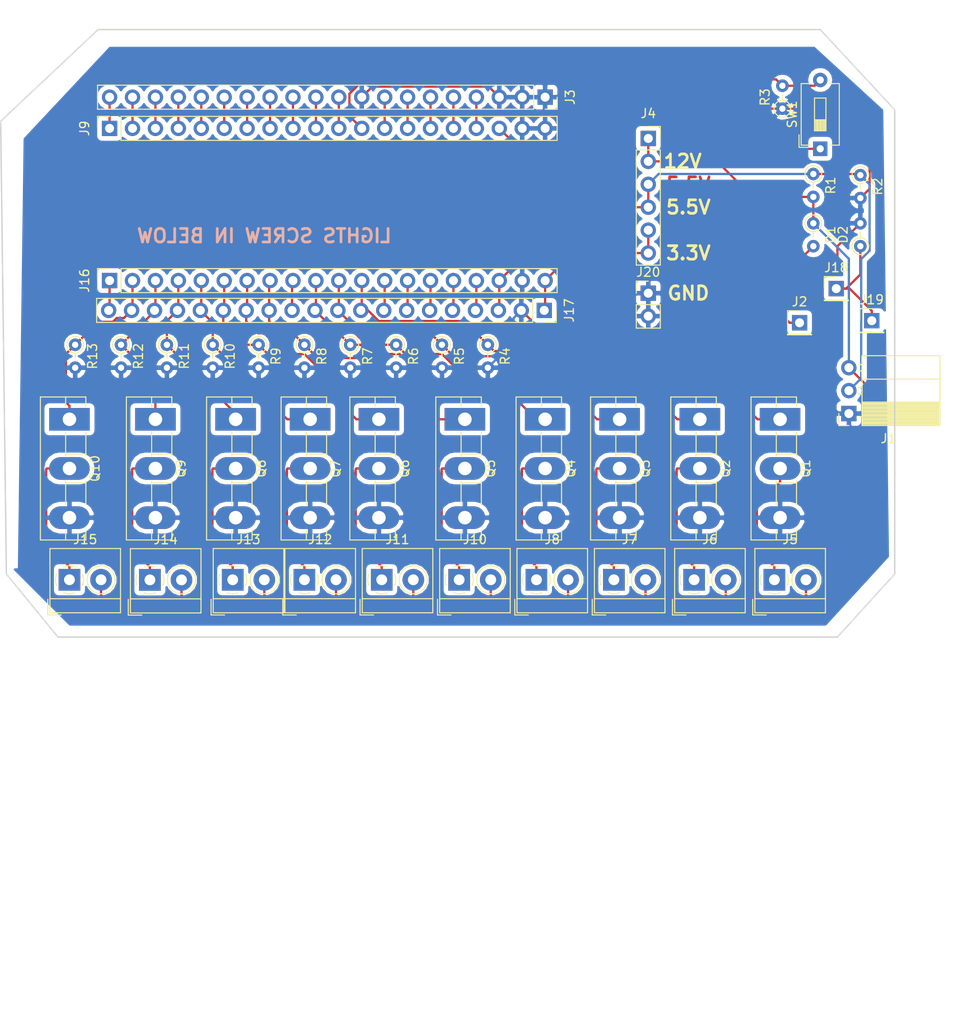
<source format=kicad_pcb>
(kicad_pcb (version 20171130) (host pcbnew 5.0.2-bee76a0~70~ubuntu18.04.1)
  (layers (0 F.Cu signal) (31 B.Cu signal) (34 B.Paste user) (35 F.Paste user) (36 B.SilkS user) (37 F.SilkS user) (38 B.Mask user) (39 F.Mask user) (44 Edge.Cuts user))
  (net 0 "")
  (net 1 "Net-(D1-Pad1)")
  (net 2 "Net-(D1-Pad2)")
  (net 3 "Net-(D2-Pad1)")
  (net 4 /GND)
  (net 5 /5V)
  (net 6 "Net-(J3-Pad4)")
  (net 7 "Net-(J3-Pad5)")
  (net 8 "Net-(J3-Pad6)")
  (net 9 "Net-(J3-Pad7)")
  (net 10 "Net-(J3-Pad8)")
  (net 11 "Net-(J3-Pad10)")
  (net 12 "Net-(J3-Pad11)")
  (net 13 "Net-(J3-Pad12)")
  (net 14 "Net-(J3-Pad13)")
  (net 15 "Net-(J3-Pad14)")
  (net 16 "Net-(J3-Pad15)")
  (net 17 "Net-(J3-Pad16)")
  (net 18 "Net-(J3-Pad17)")
  (net 19 "Net-(J3-Pad18)")
  (net 20 "Net-(J3-Pad19)")
  (net 21 "Net-(J3-Pad20)")
  (net 22 "Net-(J5-Pad1)")
  (net 23 "Net-(J6-Pad1)")
  (net 24 "Net-(J7-Pad1)")
  (net 25 "Net-(J8-Pad1)")
  (net 26 "Net-(J9-Pad12)")
  (net 27 "Net-(J9-Pad18)")
  (net 28 "Net-(J10-Pad1)")
  (net 29 "Net-(J11-Pad1)")
  (net 30 "Net-(J12-Pad1)")
  (net 31 "Net-(J13-Pad1)")
  (net 32 "Net-(J14-Pad1)")
  (net 33 "Net-(J15-Pad1)")
  (net 34 "Net-(J16-Pad17)")
  (net 35 "Net-(J16-Pad16)")
  (net 36 "Net-(J16-Pad15)")
  (net 37 "Net-(J16-Pad14)")
  (net 38 "Net-(J16-Pad13)")
  (net 39 "Net-(J16-Pad12)")
  (net 40 "Net-(J16-Pad11)")
  (net 41 "Net-(J16-Pad10)")
  (net 42 "Net-(J16-Pad9)")
  (net 43 "Net-(J16-Pad8)")
  (net 44 "Net-(J16-Pad7)")
  (net 45 "Net-(J16-Pad6)")
  (net 46 "Net-(J16-Pad5)")
  (net 47 "Net-(J16-Pad4)")
  (net 48 "Net-(J16-Pad3)")
  (net 49 "Net-(J16-Pad2)")
  (net 50 "Net-(J16-Pad1)")
  (net 51 /3.3V)
  (module TerminalBlock_4Ucon:TerminalBlock_4Ucon_1x02_P3.50mm_Horizontal (layer F.Cu) (at 90.830001 188.610001)
    (fp_text reference J14 (at 1.75 -4.46) (layer F.SilkS))
    (fp_text value Screw_Terminal_01x02 hide)
    (pad 2 thru_hole circle (at 3.5 0) (size 2.4 2.4) (drill 1.2) (layers *.Cu *.Mask) (net 1 "Net-(D1-Pad1)"))
    (pad 1 thru_hole rect (at 0 0) (size 2.4 2.4) (drill 1.2) (layers *.Cu *.Mask) (net 32 "Net-(J14-Pad1)"))
  )
  (module TerminalBlock_4Ucon:TerminalBlock_4Ucon_1x02_P3.50mm_Horizontal (layer F.Cu) (at 81.915 188.595)
    (fp_text reference J15 (at 1.75 -4.46) (layer F.SilkS))
    (fp_text value Screw_Terminal_01x02 hide)
    (pad 1 thru_hole rect (at 0 0) (size 2.4 2.4) (drill 1.2) (layers *.Cu *.Mask) (net 33 "Net-(J15-Pad1)"))
    (pad 2 thru_hole circle (at 3.5 0) (size 2.4 2.4) (drill 1.2) (layers *.Cu *.Mask) (net 1 "Net-(D1-Pad1)"))
  )
  (module TerminalBlock_4Ucon:TerminalBlock_4Ucon_1x02_P3.50mm_Horizontal (layer F.Cu) (at 142.24 188.595)
    (fp_text reference J7 (at 1.75 -4.46) (layer F.SilkS))
    (fp_text value Screw_Terminal_01x02)
    (pad 2 thru_hole circle (at 3.5 0) (size 2.4 2.4) (drill 1.2) (layers *.Cu *.Mask) (net 1 "Net-(D1-Pad1)"))
    (pad 1 thru_hole rect (at 0 0) (size 2.4 2.4) (drill 1.2) (layers *.Cu *.Mask) (net 24 "Net-(J7-Pad1)"))
  )
  (module TerminalBlock_4Ucon:TerminalBlock_4Ucon_1x02_P3.50mm_Horizontal (layer F.Cu) (at 125.095 188.595)
    (fp_text reference J10 (at 1.75 -4.46) (layer F.SilkS))
    (fp_text value Screw_Terminal_01x02 hide)
    (pad 2 thru_hole circle (at 3.5 0) (size 2.4 2.4) (drill 1.2) (layers *.Cu *.Mask) (net 1 "Net-(D1-Pad1)"))
    (pad 1 thru_hole rect (at 0 0) (size 2.4 2.4) (drill 1.2) (layers *.Cu *.Mask) (net 28 "Net-(J10-Pad1)"))
  )
  (module TerminalBlock_4Ucon:TerminalBlock_4Ucon_1x02_P3.50mm_Horizontal (layer F.Cu) (at 100.005 188.595)
    (fp_text reference J13 (at 1.75 -4.46) (layer F.SilkS))
    (fp_text value Screw_Terminal_01x02 hide)
    (pad 1 thru_hole rect (at 0 0) (size 2.4 2.4) (drill 1.2) (layers *.Cu *.Mask) (net 31 "Net-(J13-Pad1)"))
    (pad 2 thru_hole circle (at 3.5 0) (size 2.4 2.4) (drill 1.2) (layers *.Cu *.Mask) (net 1 "Net-(D1-Pad1)"))
  )
  (module TerminalBlock_4Ucon:TerminalBlock_4Ucon_1x02_P3.50mm_Horizontal (layer F.Cu) (at 116.515 188.595)
    (fp_text reference J11 (at 1.75 -4.46) (layer F.SilkS))
    (fp_text value Screw_Terminal_01x02 hide)
    (pad 1 thru_hole rect (at 0 0) (size 2.4 2.4) (drill 1.2) (layers *.Cu *.Mask) (net 29 "Net-(J11-Pad1)"))
    (pad 2 thru_hole circle (at 3.5 0) (size 2.4 2.4) (drill 1.2) (layers *.Cu *.Mask) (net 1 "Net-(D1-Pad1)"))
  )
  (module Connector_PinSocket_2.54mm:PinSocket_1x06_P2.54mm_Vertical (layer F.Cu) (at 146.05 139.7)
    (fp_text reference J4 (at 0 -2.77) (layer F.SilkS))
    (fp_text value Conn_01x06_Female)
    (pad 1 thru_hole rect (at 0 0) (size 1.7 1.7) (drill 1) (layers *.Cu *.Mask) (net 1 "Net-(D1-Pad1)"))
    (pad 2 thru_hole oval (at 0 2.54) (size 1.7 1.7) (drill 1) (layers *.Cu *.Mask) (net 1 "Net-(D1-Pad1)"))
    (pad 3 thru_hole oval (at 0 5.08) (size 1.7 1.7) (drill 1) (layers *.Cu *.Mask) (net 5 /5V))
    (pad 4 thru_hole oval (at 0 7.62) (size 1.7 1.7) (drill 1) (layers *.Cu *.Mask) (net 5 /5V))
    (pad 5 thru_hole oval (at 0 10.16) (size 1.7 1.7) (drill 1) (layers *.Cu *.Mask) (net 51 /3.3V))
    (pad 6 thru_hole oval (at 0 12.7) (size 1.7 1.7) (drill 1) (layers *.Cu *.Mask) (net 51 /3.3V))
  )
  (module Resistor_THT:R_Axial_DIN0204_L3.6mm_D1.6mm_P2.54mm_Vertical (layer F.Cu) (at 164.338 149.098 270)
    (fp_text reference D1 (at 1.27 -1.92 270) (layer F.SilkS))
    (fp_text value D_ALT)
    (pad 1 thru_hole circle (at 0 0 270) (size 1.4 1.4) (drill 0.7) (layers *.Cu *.Mask) (net 1 "Net-(D1-Pad1)"))
    (pad 2 thru_hole oval (at 2.54 0 270) (size 1.4 1.4) (drill 0.7) (layers *.Cu *.Mask) (net 2 "Net-(D1-Pad2)"))
  )
  (module Resistor_THT:R_Axial_DIN0204_L3.6mm_D1.6mm_P2.54mm_Vertical (layer F.Cu) (at 169.545 151.638 90)
    (fp_text reference D2 (at 1.27 -1.92 90) (layer F.SilkS))
    (fp_text value D_ALT)
    (pad 1 thru_hole circle (at 0 0 90) (size 1.4 1.4) (drill 0.7) (layers *.Cu *.Mask) (net 3 "Net-(D2-Pad1)"))
    (pad 2 thru_hole oval (at 2.54 0 90) (size 1.4 1.4) (drill 0.7) (layers *.Cu *.Mask) (net 4 /GND))
  )
  (module Connector_PinSocket_2.54mm:PinSocket_1x03_P2.54mm_Horizontal (layer F.Cu) (at 168.275 170.18 180)
    (fp_text reference J1 (at -4.38 -2.77 180) (layer F.SilkS))
    (fp_text value Conn_01x03_Female)
    (pad 1 thru_hole rect (at 0 0 180) (size 1.7 1.7) (drill 1) (layers *.Cu *.Mask) (net 4 /GND))
    (pad 2 thru_hole oval (at 0 2.54 180) (size 1.7 1.7) (drill 1) (layers *.Cu *.Mask) (net 5 /5V))
    (pad 3 thru_hole oval (at 0 5.08 180) (size 1.7 1.7) (drill 1) (layers *.Cu *.Mask) (net 1 "Net-(D1-Pad1)"))
  )
  (module Connector_PinHeader_2.54mm:PinHeader_1x01_P2.54mm_Vertical (layer F.Cu) (at 162.814 160.1216)
    (fp_text reference J2 (at 0 -2.33) (layer F.SilkS))
    (fp_text value Conn_01x01_Female)
    (pad 1 thru_hole rect (at 0 0) (size 1.7 1.7) (drill 1) (layers *.Cu *.Mask) (net 2 "Net-(D1-Pad2)"))
  )
  (module Connector_PinSocket_2.54mm:PinSocket_1x20_P2.54mm_Vertical (layer F.Cu) (at 134.62 135.128 270)
    (fp_text reference J3 (at 0 -2.77 270) (layer F.SilkS))
    (fp_text value Conn_01x20_Female hide)
    (pad 1 thru_hole rect (at 0 0 270) (size 1.7 1.7) (drill 1) (layers *.Cu *.Mask) (net 4 /GND))
    (pad 2 thru_hole oval (at 0 2.54 270) (size 1.7 1.7) (drill 1) (layers *.Cu *.Mask) (net 4 /GND))
    (pad 3 thru_hole oval (at 0 5.08 270) (size 1.7 1.7) (drill 1) (layers *.Cu *.Mask) (net 4 /GND))
    (pad 4 thru_hole oval (at 0 7.62 270) (size 1.7 1.7) (drill 1) (layers *.Cu *.Mask) (net 6 "Net-(J3-Pad4)"))
    (pad 5 thru_hole oval (at 0 10.16 270) (size 1.7 1.7) (drill 1) (layers *.Cu *.Mask) (net 7 "Net-(J3-Pad5)"))
    (pad 6 thru_hole oval (at 0 12.7 270) (size 1.7 1.7) (drill 1) (layers *.Cu *.Mask) (net 8 "Net-(J3-Pad6)"))
    (pad 7 thru_hole oval (at 0 15.24 270) (size 1.7 1.7) (drill 1) (layers *.Cu *.Mask) (net 9 "Net-(J3-Pad7)"))
    (pad 8 thru_hole oval (at 0 17.78 270) (size 1.7 1.7) (drill 1) (layers *.Cu *.Mask) (net 10 "Net-(J3-Pad8)"))
    (pad 9 thru_hole oval (at 0 20.32 270) (size 1.7 1.7) (drill 1) (layers *.Cu *.Mask) (net 4 /GND))
    (pad 10 thru_hole oval (at 0 22.86 270) (size 1.7 1.7) (drill 1) (layers *.Cu *.Mask) (net 11 "Net-(J3-Pad10)"))
    (pad 11 thru_hole oval (at 0 25.4 270) (size 1.7 1.7) (drill 1) (layers *.Cu *.Mask) (net 12 "Net-(J3-Pad11)"))
    (pad 12 thru_hole oval (at 0 27.94 270) (size 1.7 1.7) (drill 1) (layers *.Cu *.Mask) (net 13 "Net-(J3-Pad12)"))
    (pad 13 thru_hole oval (at 0 30.48 270) (size 1.7 1.7) (drill 1) (layers *.Cu *.Mask) (net 14 "Net-(J3-Pad13)"))
    (pad 14 thru_hole oval (at 0 33.02 270) (size 1.7 1.7) (drill 1) (layers *.Cu *.Mask) (net 15 "Net-(J3-Pad14)"))
    (pad 15 thru_hole oval (at 0 35.56 270) (size 1.7 1.7) (drill 1) (layers *.Cu *.Mask) (net 16 "Net-(J3-Pad15)"))
    (pad 16 thru_hole oval (at 0 38.1 270) (size 1.7 1.7) (drill 1) (layers *.Cu *.Mask) (net 17 "Net-(J3-Pad16)"))
    (pad 17 thru_hole oval (at 0 40.64 270) (size 1.7 1.7) (drill 1) (layers *.Cu *.Mask) (net 18 "Net-(J3-Pad17)"))
    (pad 18 thru_hole oval (at 0 43.18 270) (size 1.7 1.7) (drill 1) (layers *.Cu *.Mask) (net 19 "Net-(J3-Pad18)"))
    (pad 19 thru_hole oval (at 0 45.72 270) (size 1.7 1.7) (drill 1) (layers *.Cu *.Mask) (net 20 "Net-(J3-Pad19)"))
    (pad 20 thru_hole oval (at 0 48.26 270) (size 1.7 1.7) (drill 1) (layers *.Cu *.Mask) (net 21 "Net-(J3-Pad20)"))
  )
  (module TerminalBlock_4Ucon:TerminalBlock_4Ucon_1x02_P3.50mm_Horizontal (layer F.Cu) (at 160.02 188.595)
    (fp_text reference J5 (at 1.75 -4.46) (layer F.SilkS))
    (fp_text value Screw_Terminal_01x02 hide)
    (pad 1 thru_hole rect (at 0 0) (size 2.4 2.4) (drill 1.2) (layers *.Cu *.Mask) (net 22 "Net-(J5-Pad1)"))
    (pad 2 thru_hole circle (at 3.5 0) (size 2.4 2.4) (drill 1.2) (layers *.Cu *.Mask) (net 1 "Net-(D1-Pad1)"))
  )
  (module TerminalBlock_4Ucon:TerminalBlock_4Ucon_1x02_P3.50mm_Horizontal (layer F.Cu) (at 151.13 188.595)
    (fp_text reference J6 (at 1.75 -4.46) (layer F.SilkS))
    (fp_text value Screw_Terminal_01x02 hide)
    (pad 2 thru_hole circle (at 3.5 0) (size 2.4 2.4) (drill 1.2) (layers *.Cu *.Mask) (net 1 "Net-(D1-Pad1)"))
    (pad 1 thru_hole rect (at 0 0) (size 2.4 2.4) (drill 1.2) (layers *.Cu *.Mask) (net 23 "Net-(J6-Pad1)"))
  )
  (module TerminalBlock_4Ucon:TerminalBlock_4Ucon_1x02_P3.50mm_Horizontal (layer F.Cu) (at 133.66 188.595)
    (fp_text reference J8 (at 1.75 -4.46) (layer F.SilkS))
    (fp_text value Screw_Terminal_01x02 hide)
    (pad 1 thru_hole rect (at 0 0) (size 2.4 2.4) (drill 1.2) (layers *.Cu *.Mask) (net 25 "Net-(J8-Pad1)"))
    (pad 2 thru_hole circle (at 3.5 0) (size 2.4 2.4) (drill 1.2) (layers *.Cu *.Mask) (net 1 "Net-(D1-Pad1)"))
  )
  (module Connector_PinSocket_2.54mm:PinSocket_1x20_P2.54mm_Vertical (layer F.Cu) (at 86.36 138.5824 90)
    (fp_text reference J9 (at 0 -2.77 90) (layer F.SilkS))
    (fp_text value Conn_01x20_Female hide)
    (pad 1 thru_hole rect (at 0 0 90) (size 1.7 1.7) (drill 1) (layers *.Cu *.Mask) (net 21 "Net-(J3-Pad20)"))
    (pad 2 thru_hole oval (at 0 2.54 90) (size 1.7 1.7) (drill 1) (layers *.Cu *.Mask) (net 20 "Net-(J3-Pad19)"))
    (pad 3 thru_hole oval (at 0 5.08 90) (size 1.7 1.7) (drill 1) (layers *.Cu *.Mask) (net 19 "Net-(J3-Pad18)"))
    (pad 4 thru_hole oval (at 0 7.62 90) (size 1.7 1.7) (drill 1) (layers *.Cu *.Mask) (net 18 "Net-(J3-Pad17)"))
    (pad 5 thru_hole oval (at 0 10.16 90) (size 1.7 1.7) (drill 1) (layers *.Cu *.Mask) (net 17 "Net-(J3-Pad16)"))
    (pad 6 thru_hole oval (at 0 12.7 90) (size 1.7 1.7) (drill 1) (layers *.Cu *.Mask) (net 16 "Net-(J3-Pad15)"))
    (pad 7 thru_hole oval (at 0 15.24 90) (size 1.7 1.7) (drill 1) (layers *.Cu *.Mask) (net 15 "Net-(J3-Pad14)"))
    (pad 8 thru_hole oval (at 0 17.78 90) (size 1.7 1.7) (drill 1) (layers *.Cu *.Mask) (net 14 "Net-(J3-Pad13)"))
    (pad 9 thru_hole oval (at 0 20.32 90) (size 1.7 1.7) (drill 1) (layers *.Cu *.Mask) (net 13 "Net-(J3-Pad12)"))
    (pad 10 thru_hole oval (at 0 22.86 90) (size 1.7 1.7) (drill 1) (layers *.Cu *.Mask) (net 12 "Net-(J3-Pad11)"))
    (pad 11 thru_hole oval (at 0 25.4 90) (size 1.7 1.7) (drill 1) (layers *.Cu *.Mask) (net 11 "Net-(J3-Pad10)"))
    (pad 12 thru_hole oval (at 0 27.94 90) (size 1.7 1.7) (drill 1) (layers *.Cu *.Mask) (net 26 "Net-(J9-Pad12)"))
    (pad 13 thru_hole oval (at 0 30.48 90) (size 1.7 1.7) (drill 1) (layers *.Cu *.Mask) (net 10 "Net-(J3-Pad8)"))
    (pad 14 thru_hole oval (at 0 33.02 90) (size 1.7 1.7) (drill 1) (layers *.Cu *.Mask) (net 9 "Net-(J3-Pad7)"))
    (pad 15 thru_hole oval (at 0 35.56 90) (size 1.7 1.7) (drill 1) (layers *.Cu *.Mask) (net 8 "Net-(J3-Pad6)"))
    (pad 16 thru_hole oval (at 0 38.1 90) (size 1.7 1.7) (drill 1) (layers *.Cu *.Mask) (net 7 "Net-(J3-Pad5)"))
    (pad 17 thru_hole oval (at 0 40.64 90) (size 1.7 1.7) (drill 1) (layers *.Cu *.Mask) (net 6 "Net-(J3-Pad4)"))
    (pad 18 thru_hole oval (at 0 43.18 90) (size 1.7 1.7) (drill 1) (layers *.Cu *.Mask) (net 27 "Net-(J9-Pad18)"))
    (pad 19 thru_hole oval (at 0 45.72 90) (size 1.7 1.7) (drill 1) (layers *.Cu *.Mask) (net 4 /GND))
    (pad 20 thru_hole oval (at 0 48.26 90) (size 1.7 1.7) (drill 1) (layers *.Cu *.Mask) (net 4 /GND))
  )
  (module TerminalBlock_4Ucon:TerminalBlock_4Ucon_1x02_P3.50mm_Horizontal (layer F.Cu) (at 107.95 188.595)
    (fp_text reference J12 (at 1.75 -4.46) (layer F.SilkS))
    (fp_text value Screw_Terminal_01x02 hide)
    (pad 2 thru_hole circle (at 3.5 0) (size 2.4 2.4) (drill 1.2) (layers *.Cu *.Mask) (net 1 "Net-(D1-Pad1)"))
    (pad 1 thru_hole rect (at 0 0) (size 2.4 2.4) (drill 1.2) (layers *.Cu *.Mask) (net 30 "Net-(J12-Pad1)"))
  )
  (module Connector_PinSocket_2.54mm:PinSocket_1x20_P2.54mm_Vertical (layer F.Cu) (at 86.36 155.448 90)
    (fp_text reference J16 (at 0 -2.77 90) (layer F.SilkS))
    (fp_text value Conn_01x20_Female)
    (pad 20 thru_hole oval (at 0 48.26 90) (size 1.7 1.7) (drill 1) (layers *.Cu *.Mask) (net 51 /3.3V))
    (pad 19 thru_hole oval (at 0 45.72 90) (size 1.7 1.7) (drill 1) (layers *.Cu *.Mask) (net 4 /GND))
    (pad 18 thru_hole oval (at 0 43.18 90) (size 1.7 1.7) (drill 1) (layers *.Cu *.Mask) (net 5 /5V))
    (pad 17 thru_hole oval (at 0 40.64 90) (size 1.7 1.7) (drill 1) (layers *.Cu *.Mask) (net 34 "Net-(J16-Pad17)"))
    (pad 16 thru_hole oval (at 0 38.1 90) (size 1.7 1.7) (drill 1) (layers *.Cu *.Mask) (net 35 "Net-(J16-Pad16)"))
    (pad 15 thru_hole oval (at 0 35.56 90) (size 1.7 1.7) (drill 1) (layers *.Cu *.Mask) (net 36 "Net-(J16-Pad15)"))
    (pad 14 thru_hole oval (at 0 33.02 90) (size 1.7 1.7) (drill 1) (layers *.Cu *.Mask) (net 37 "Net-(J16-Pad14)"))
    (pad 13 thru_hole oval (at 0 30.48 90) (size 1.7 1.7) (drill 1) (layers *.Cu *.Mask) (net 38 "Net-(J16-Pad13)"))
    (pad 12 thru_hole oval (at 0 27.94 90) (size 1.7 1.7) (drill 1) (layers *.Cu *.Mask) (net 39 "Net-(J16-Pad12)"))
    (pad 11 thru_hole oval (at 0 25.4 90) (size 1.7 1.7) (drill 1) (layers *.Cu *.Mask) (net 40 "Net-(J16-Pad11)"))
    (pad 10 thru_hole oval (at 0 22.86 90) (size 1.7 1.7) (drill 1) (layers *.Cu *.Mask) (net 41 "Net-(J16-Pad10)"))
    (pad 9 thru_hole oval (at 0 20.32 90) (size 1.7 1.7) (drill 1) (layers *.Cu *.Mask) (net 42 "Net-(J16-Pad9)"))
    (pad 8 thru_hole oval (at 0 17.78 90) (size 1.7 1.7) (drill 1) (layers *.Cu *.Mask) (net 43 "Net-(J16-Pad8)"))
    (pad 7 thru_hole oval (at 0 15.24 90) (size 1.7 1.7) (drill 1) (layers *.Cu *.Mask) (net 44 "Net-(J16-Pad7)"))
    (pad 6 thru_hole oval (at 0 12.7 90) (size 1.7 1.7) (drill 1) (layers *.Cu *.Mask) (net 45 "Net-(J16-Pad6)"))
    (pad 5 thru_hole oval (at 0 10.16 90) (size 1.7 1.7) (drill 1) (layers *.Cu *.Mask) (net 46 "Net-(J16-Pad5)"))
    (pad 4 thru_hole oval (at 0 7.62 90) (size 1.7 1.7) (drill 1) (layers *.Cu *.Mask) (net 47 "Net-(J16-Pad4)"))
    (pad 3 thru_hole oval (at 0 5.08 90) (size 1.7 1.7) (drill 1) (layers *.Cu *.Mask) (net 48 "Net-(J16-Pad3)"))
    (pad 2 thru_hole oval (at 0 2.54 90) (size 1.7 1.7) (drill 1) (layers *.Cu *.Mask) (net 49 "Net-(J16-Pad2)"))
    (pad 1 thru_hole rect (at 0 0 90) (size 1.7 1.7) (drill 1) (layers *.Cu *.Mask) (net 50 "Net-(J16-Pad1)"))
  )
  (module Connector_PinSocket_2.54mm:PinSocket_1x20_P2.54mm_Vertical (layer F.Cu) (at 134.5184 158.75 270)
    (fp_text reference J17 (at 0 -2.77 270) (layer F.SilkS))
    (fp_text value Conn_01x20_Female)
    (pad 20 thru_hole oval (at 0 48.26 270) (size 1.7 1.7) (drill 1) (layers *.Cu *.Mask) (net 50 "Net-(J16-Pad1)"))
    (pad 19 thru_hole oval (at 0 45.72 270) (size 1.7 1.7) (drill 1) (layers *.Cu *.Mask) (net 49 "Net-(J16-Pad2)"))
    (pad 18 thru_hole oval (at 0 43.18 270) (size 1.7 1.7) (drill 1) (layers *.Cu *.Mask) (net 48 "Net-(J16-Pad3)"))
    (pad 17 thru_hole oval (at 0 40.64 270) (size 1.7 1.7) (drill 1) (layers *.Cu *.Mask) (net 47 "Net-(J16-Pad4)"))
    (pad 16 thru_hole oval (at 0 38.1 270) (size 1.7 1.7) (drill 1) (layers *.Cu *.Mask) (net 46 "Net-(J16-Pad5)"))
    (pad 15 thru_hole oval (at 0 35.56 270) (size 1.7 1.7) (drill 1) (layers *.Cu *.Mask) (net 45 "Net-(J16-Pad6)"))
    (pad 14 thru_hole oval (at 0 33.02 270) (size 1.7 1.7) (drill 1) (layers *.Cu *.Mask) (net 44 "Net-(J16-Pad7)"))
    (pad 13 thru_hole oval (at 0 30.48 270) (size 1.7 1.7) (drill 1) (layers *.Cu *.Mask) (net 43 "Net-(J16-Pad8)"))
    (pad 12 thru_hole oval (at 0 27.94 270) (size 1.7 1.7) (drill 1) (layers *.Cu *.Mask) (net 42 "Net-(J16-Pad9)"))
    (pad 11 thru_hole oval (at 0 25.4 270) (size 1.7 1.7) (drill 1) (layers *.Cu *.Mask) (net 41 "Net-(J16-Pad10)"))
    (pad 10 thru_hole oval (at 0 22.86 270) (size 1.7 1.7) (drill 1) (layers *.Cu *.Mask) (net 40 "Net-(J16-Pad11)"))
    (pad 9 thru_hole oval (at 0 20.32 270) (size 1.7 1.7) (drill 1) (layers *.Cu *.Mask) (net 39 "Net-(J16-Pad12)"))
    (pad 8 thru_hole oval (at 0 17.78 270) (size 1.7 1.7) (drill 1) (layers *.Cu *.Mask) (net 38 "Net-(J16-Pad13)"))
    (pad 7 thru_hole oval (at 0 15.24 270) (size 1.7 1.7) (drill 1) (layers *.Cu *.Mask) (net 37 "Net-(J16-Pad14)"))
    (pad 6 thru_hole oval (at 0 12.7 270) (size 1.7 1.7) (drill 1) (layers *.Cu *.Mask) (net 36 "Net-(J16-Pad15)"))
    (pad 5 thru_hole oval (at 0 10.16 270) (size 1.7 1.7) (drill 1) (layers *.Cu *.Mask) (net 35 "Net-(J16-Pad16)"))
    (pad 4 thru_hole oval (at 0 7.62 270) (size 1.7 1.7) (drill 1) (layers *.Cu *.Mask) (net 34 "Net-(J16-Pad17)"))
    (pad 3 thru_hole oval (at 0 5.08 270) (size 1.7 1.7) (drill 1) (layers *.Cu *.Mask) (net 5 /5V))
    (pad 2 thru_hole oval (at 0 2.54 270) (size 1.7 1.7) (drill 1) (layers *.Cu *.Mask) (net 4 /GND))
    (pad 1 thru_hole rect (at 0 0 270) (size 1.7 1.7) (drill 1) (layers *.Cu *.Mask) (net 51 /3.3V))
  )
  (module Connector_PinHeader_2.54mm:PinHeader_1x01_P2.54mm_Vertical (layer F.Cu) (at 166.878 156.337)
    (fp_text reference J18 (at 0 -2.33) (layer F.SilkS))
    (fp_text value Conn_01x01_Female)
    (pad 1 thru_hole rect (at 0 0) (size 1.7 1.7) (drill 1) (layers *.Cu *.Mask) (net 3 "Net-(D2-Pad1)"))
  )
  (module Connector_PinHeader_2.54mm:PinHeader_1x01_P2.54mm_Vertical (layer F.Cu) (at 170.815 159.893)
    (fp_text reference J19 (at 0 -2.33) (layer F.SilkS))
    (fp_text value Conn_01x01_Female)
    (pad 1 thru_hole rect (at 0 0) (size 1.7 1.7) (drill 1) (layers *.Cu *.Mask) (net 3 "Net-(D2-Pad1)"))
  )
  (module Package_TO_SOT_THT:TO-3PB-3_Vertical (layer F.Cu) (at 160.655 170.815 270)
    (fp_text reference Q1 (at 5.45 -2.82 270) (layer F.SilkS))
    (fp_text value QM6006D)
    (pad 1 thru_hole rect (at 0 0 270) (size 2.5 4.5) (drill 1.5) (layers *.Cu *.Mask) (net 39 "Net-(J16-Pad12)"))
    (pad 2 thru_hole oval (at 5.45 0 270) (size 2.5 4.5) (drill 1.5) (layers *.Cu *.Mask) (net 22 "Net-(J5-Pad1)"))
    (pad 3 thru_hole oval (at 10.9 0 270) (size 2.5 4.5) (drill 1.5) (layers *.Cu *.Mask) (net 4 /GND))
  )
  (module Package_TO_SOT_THT:TO-3PB-3_Vertical (layer F.Cu) (at 151.765 170.815 270)
    (fp_text reference Q2 (at 5.45 -2.82 270) (layer F.SilkS))
    (fp_text value QM6006D)
    (pad 1 thru_hole rect (at 0 0 270) (size 2.5 4.5) (drill 1.5) (layers *.Cu *.Mask) (net 40 "Net-(J16-Pad11)"))
    (pad 2 thru_hole oval (at 5.45 0 270) (size 2.5 4.5) (drill 1.5) (layers *.Cu *.Mask) (net 23 "Net-(J6-Pad1)"))
    (pad 3 thru_hole oval (at 10.9 0 270) (size 2.5 4.5) (drill 1.5) (layers *.Cu *.Mask) (net 4 /GND))
  )
  (module Package_TO_SOT_THT:TO-3PB-3_Vertical (layer F.Cu) (at 142.875 170.815 270)
    (fp_text reference Q3 (at 5.45 -2.82 270) (layer F.SilkS))
    (fp_text value QM6006D)
    (pad 3 thru_hole oval (at 10.9 0 270) (size 2.5 4.5) (drill 1.5) (layers *.Cu *.Mask) (net 4 /GND))
    (pad 2 thru_hole oval (at 5.45 0 270) (size 2.5 4.5) (drill 1.5) (layers *.Cu *.Mask) (net 24 "Net-(J7-Pad1)"))
    (pad 1 thru_hole rect (at 0 0 270) (size 2.5 4.5) (drill 1.5) (layers *.Cu *.Mask) (net 41 "Net-(J16-Pad10)"))
  )
  (module Package_TO_SOT_THT:TO-3PB-3_Vertical (layer F.Cu) (at 134.62 170.815 270)
    (fp_text reference Q4 (at 5.45 -2.82 270) (layer F.SilkS))
    (fp_text value QM6006D)
    (pad 1 thru_hole rect (at 0 0 270) (size 2.5 4.5) (drill 1.5) (layers *.Cu *.Mask) (net 43 "Net-(J16-Pad8)"))
    (pad 2 thru_hole oval (at 5.45 0 270) (size 2.5 4.5) (drill 1.5) (layers *.Cu *.Mask) (net 25 "Net-(J8-Pad1)"))
    (pad 3 thru_hole oval (at 10.9 0 270) (size 2.5 4.5) (drill 1.5) (layers *.Cu *.Mask) (net 4 /GND))
  )
  (module Package_TO_SOT_THT:TO-3PB-3_Vertical (layer F.Cu) (at 125.73 170.815 270)
    (fp_text reference Q5 (at 5.45 -2.82 270) (layer F.SilkS))
    (fp_text value QM6006D)
    (pad 3 thru_hole oval (at 10.9 0 270) (size 2.5 4.5) (drill 1.5) (layers *.Cu *.Mask) (net 4 /GND))
    (pad 2 thru_hole oval (at 5.45 0 270) (size 2.5 4.5) (drill 1.5) (layers *.Cu *.Mask) (net 28 "Net-(J10-Pad1)"))
    (pad 1 thru_hole rect (at 0 0 270) (size 2.5 4.5) (drill 1.5) (layers *.Cu *.Mask) (net 44 "Net-(J16-Pad7)"))
  )
  (module Package_TO_SOT_THT:TO-3PB-3_Vertical (layer F.Cu) (at 116.205 170.815 270)
    (fp_text reference Q6 (at 5.45 -2.82 270) (layer F.SilkS))
    (fp_text value QM6006D)
    (pad 1 thru_hole rect (at 0 0 270) (size 2.5 4.5) (drill 1.5) (layers *.Cu *.Mask) (net 45 "Net-(J16-Pad6)"))
    (pad 2 thru_hole oval (at 5.45 0 270) (size 2.5 4.5) (drill 1.5) (layers *.Cu *.Mask) (net 29 "Net-(J11-Pad1)"))
    (pad 3 thru_hole oval (at 10.9 0 270) (size 2.5 4.5) (drill 1.5) (layers *.Cu *.Mask) (net 4 /GND))
  )
  (module Package_TO_SOT_THT:TO-3PB-3_Vertical (layer F.Cu) (at 108.585 170.815 270)
    (fp_text reference Q7 (at 5.45 -2.82 270) (layer F.SilkS))
    (fp_text value QM6006D)
    (pad 3 thru_hole oval (at 10.9 0 270) (size 2.5 4.5) (drill 1.5) (layers *.Cu *.Mask) (net 4 /GND))
    (pad 2 thru_hole oval (at 5.45 0 270) (size 2.5 4.5) (drill 1.5) (layers *.Cu *.Mask) (net 30 "Net-(J12-Pad1)"))
    (pad 1 thru_hole rect (at 0 0 270) (size 2.5 4.5) (drill 1.5) (layers *.Cu *.Mask) (net 46 "Net-(J16-Pad5)"))
  )
  (module Package_TO_SOT_THT:TO-3PB-3_Vertical (layer F.Cu) (at 100.33 170.815 270)
    (fp_text reference Q8 (at 5.45 -2.82 270) (layer F.SilkS))
    (fp_text value QM6006D)
    (pad 1 thru_hole rect (at 0 0 270) (size 2.5 4.5) (drill 1.5) (layers *.Cu *.Mask) (net 47 "Net-(J16-Pad4)"))
    (pad 2 thru_hole oval (at 5.45 0 270) (size 2.5 4.5) (drill 1.5) (layers *.Cu *.Mask) (net 31 "Net-(J13-Pad1)"))
    (pad 3 thru_hole oval (at 10.9 0 270) (size 2.5 4.5) (drill 1.5) (layers *.Cu *.Mask) (net 4 /GND))
  )
  (module Package_TO_SOT_THT:TO-3PB-3_Vertical (layer F.Cu) (at 91.44 170.815 270)
    (fp_text reference Q9 (at 5.45 -2.82 270) (layer F.SilkS))
    (fp_text value QM6006D)
    (pad 3 thru_hole oval (at 10.9 0 270) (size 2.5 4.5) (drill 1.5) (layers *.Cu *.Mask) (net 4 /GND))
    (pad 2 thru_hole oval (at 5.45 0 270) (size 2.5 4.5) (drill 1.5) (layers *.Cu *.Mask) (net 32 "Net-(J14-Pad1)"))
    (pad 1 thru_hole rect (at 0 0 270) (size 2.5 4.5) (drill 1.5) (layers *.Cu *.Mask) (net 48 "Net-(J16-Pad3)"))
  )
  (module Package_TO_SOT_THT:TO-3PB-3_Vertical (layer F.Cu) (at 81.915 170.815 270)
    (fp_text reference Q10 (at 5.45 -2.82 270) (layer F.SilkS))
    (fp_text value QM6006D)
    (pad 3 thru_hole oval (at 10.9 0 270) (size 2.5 4.5) (drill 1.5) (layers *.Cu *.Mask) (net 4 /GND))
    (pad 2 thru_hole oval (at 5.45 0 270) (size 2.5 4.5) (drill 1.5) (layers *.Cu *.Mask) (net 33 "Net-(J15-Pad1)"))
    (pad 1 thru_hole rect (at 0 0 270) (size 2.5 4.5) (drill 1.5) (layers *.Cu *.Mask) (net 49 "Net-(J16-Pad2)"))
  )
  (module Resistor_THT:R_Axial_DIN0204_L3.6mm_D1.6mm_P2.54mm_Vertical (layer F.Cu) (at 164.338 143.637 270)
    (fp_text reference R1 (at 1.27 -1.92 270) (layer F.SilkS))
    (fp_text value 22K)
    (pad 2 thru_hole oval (at 2.54 0 270) (size 1.4 1.4) (drill 0.7) (layers *.Cu *.Mask) (net 1 "Net-(D1-Pad1)"))
    (pad 1 thru_hole circle (at 0 0 270) (size 1.4 1.4) (drill 0.7) (layers *.Cu *.Mask) (net 5 /5V))
  )
  (module Resistor_THT:R_Axial_DIN0204_L3.6mm_D1.6mm_P2.54mm_Vertical (layer F.Cu) (at 169.545 143.764 270)
    (fp_text reference R2 (at 1.27 -1.92 270) (layer F.SilkS))
    (fp_text value 15K)
    (pad 1 thru_hole circle (at 0 0 270) (size 1.4 1.4) (drill 0.7) (layers *.Cu *.Mask) (net 5 /5V))
    (pad 2 thru_hole oval (at 2.54 0 270) (size 1.4 1.4) (drill 0.7) (layers *.Cu *.Mask) (net 4 /GND))
  )
  (module Resistor_THT:R_Axial_DIN0204_L3.6mm_D1.6mm_P2.54mm_Vertical (layer F.Cu) (at 160.909 136.398 90)
    (fp_text reference R3 (at 1.27 -1.92 90) (layer F.SilkS))
    (fp_text value 10K)
    (pad 2 thru_hole oval (at 2.54 0 90) (size 1.4 1.4) (drill 0.7) (layers *.Cu *.Mask) (net 26 "Net-(J9-Pad12)"))
    (pad 1 thru_hole circle (at 0 0 90) (size 1.4 1.4) (drill 0.7) (layers *.Cu *.Mask) (net 4 /GND))
  )
  (module Resistor_THT:R_Axial_DIN0204_L3.6mm_D1.6mm_P2.54mm_Vertical (layer F.Cu) (at 128.27 162.56 270)
    (fp_text reference R4 (at 1.27 -1.92 270) (layer F.SilkS))
    (fp_text value 10K)
    (pad 2 thru_hole oval (at 2.54 0 270) (size 1.4 1.4) (drill 0.7) (layers *.Cu *.Mask) (net 4 /GND))
    (pad 1 thru_hole circle (at 0 0 270) (size 1.4 1.4) (drill 0.7) (layers *.Cu *.Mask) (net 39 "Net-(J16-Pad12)"))
  )
  (module Resistor_THT:R_Axial_DIN0204_L3.6mm_D1.6mm_P2.54mm_Vertical (layer F.Cu) (at 123.19 162.56 270)
    (fp_text reference R5 (at 1.27 -1.92 270) (layer F.SilkS))
    (fp_text value 10K)
    (pad 1 thru_hole circle (at 0 0 270) (size 1.4 1.4) (drill 0.7) (layers *.Cu *.Mask) (net 40 "Net-(J16-Pad11)"))
    (pad 2 thru_hole oval (at 2.54 0 270) (size 1.4 1.4) (drill 0.7) (layers *.Cu *.Mask) (net 4 /GND))
  )
  (module Resistor_THT:R_Axial_DIN0204_L3.6mm_D1.6mm_P2.54mm_Vertical (layer F.Cu) (at 118.11 162.56 270)
    (fp_text reference R6 (at 1.27 -1.92 270) (layer F.SilkS))
    (fp_text value 10K)
    (pad 2 thru_hole oval (at 2.54 0 270) (size 1.4 1.4) (drill 0.7) (layers *.Cu *.Mask) (net 4 /GND))
    (pad 1 thru_hole circle (at 0 0 270) (size 1.4 1.4) (drill 0.7) (layers *.Cu *.Mask) (net 41 "Net-(J16-Pad10)"))
  )
  (module Resistor_THT:R_Axial_DIN0204_L3.6mm_D1.6mm_P2.54mm_Vertical (layer F.Cu) (at 113.03 162.56 270)
    (fp_text reference R7 (at 1.27 -1.92 270) (layer F.SilkS))
    (fp_text value 10K)
    (pad 1 thru_hole circle (at 0 0 270) (size 1.4 1.4) (drill 0.7) (layers *.Cu *.Mask) (net 43 "Net-(J16-Pad8)"))
    (pad 2 thru_hole oval (at 2.54 0 270) (size 1.4 1.4) (drill 0.7) (layers *.Cu *.Mask) (net 4 /GND))
  )
  (module Resistor_THT:R_Axial_DIN0204_L3.6mm_D1.6mm_P2.54mm_Vertical (layer F.Cu) (at 107.95 162.56 270)
    (fp_text reference R8 (at 1.27 -1.92 270) (layer F.SilkS))
    (fp_text value 10K)
    (pad 1 thru_hole circle (at 0 0 270) (size 1.4 1.4) (drill 0.7) (layers *.Cu *.Mask) (net 44 "Net-(J16-Pad7)"))
    (pad 2 thru_hole oval (at 2.54 0 270) (size 1.4 1.4) (drill 0.7) (layers *.Cu *.Mask) (net 4 /GND))
  )
  (module Resistor_THT:R_Axial_DIN0204_L3.6mm_D1.6mm_P2.54mm_Vertical (layer F.Cu) (at 102.87 162.56 270)
    (fp_text reference R9 (at 1.27 -1.92 270) (layer F.SilkS))
    (fp_text value 10K)
    (pad 2 thru_hole oval (at 2.54 0 270) (size 1.4 1.4) (drill 0.7) (layers *.Cu *.Mask) (net 4 /GND))
    (pad 1 thru_hole circle (at 0 0 270) (size 1.4 1.4) (drill 0.7) (layers *.Cu *.Mask) (net 45 "Net-(J16-Pad6)"))
  )
  (module Resistor_THT:R_Axial_DIN0204_L3.6mm_D1.6mm_P2.54mm_Vertical (layer F.Cu) (at 97.79 162.56 270)
    (fp_text reference R10 (at 1.27 -1.92 270) (layer F.SilkS))
    (fp_text value 10K)
    (pad 1 thru_hole circle (at 0 0 270) (size 1.4 1.4) (drill 0.7) (layers *.Cu *.Mask) (net 46 "Net-(J16-Pad5)"))
    (pad 2 thru_hole oval (at 2.54 0 270) (size 1.4 1.4) (drill 0.7) (layers *.Cu *.Mask) (net 4 /GND))
  )
  (module Resistor_THT:R_Axial_DIN0204_L3.6mm_D1.6mm_P2.54mm_Vertical (layer F.Cu) (at 92.71 162.56 270)
    (fp_text reference R11 (at 1.27 -1.92 270) (layer F.SilkS))
    (fp_text value 10K)
    (pad 2 thru_hole oval (at 2.54 0 270) (size 1.4 1.4) (drill 0.7) (layers *.Cu *.Mask) (net 4 /GND))
    (pad 1 thru_hole circle (at 0 0 270) (size 1.4 1.4) (drill 0.7) (layers *.Cu *.Mask) (net 47 "Net-(J16-Pad4)"))
  )
  (module Resistor_THT:R_Axial_DIN0204_L3.6mm_D1.6mm_P2.54mm_Vertical (layer F.Cu) (at 87.63 162.56 270)
    (fp_text reference R12 (at 1.27 -1.92 270) (layer F.SilkS))
    (fp_text value 10K)
    (pad 1 thru_hole circle (at 0 0 270) (size 1.4 1.4) (drill 0.7) (layers *.Cu *.Mask) (net 48 "Net-(J16-Pad3)"))
    (pad 2 thru_hole oval (at 2.54 0 270) (size 1.4 1.4) (drill 0.7) (layers *.Cu *.Mask) (net 4 /GND))
  )
  (module Resistor_THT:R_Axial_DIN0204_L3.6mm_D1.6mm_P2.54mm_Vertical (layer F.Cu) (at 82.55 162.56 270)
    (fp_text reference R13 (at 1.27 -1.92 270) (layer F.SilkS))
    (fp_text value 10K)
    (pad 2 thru_hole oval (at 2.54 0 270) (size 1.4 1.4) (drill 0.7) (layers *.Cu *.Mask) (net 4 /GND))
    (pad 1 thru_hole circle (at 0 0 270) (size 1.4 1.4) (drill 0.7) (layers *.Cu *.Mask) (net 49 "Net-(J16-Pad2)"))
  )
  (module Button_Switch_THT:SW_DIP_SPSTx01_Slide_6.7x4.1mm_W7.62mm_P2.54mm_LowProfile (layer F.Cu) (at 165.1 140.843 90)
    (fp_text reference SW1 (at 3.81 -3.11 90) (layer F.SilkS))
    (fp_text value SW_Push)
    (pad 1 thru_hole rect (at 0 0 90) (size 1.6 1.6) (drill 0.8) (layers *.Cu *.Mask) (net 27 "Net-(J9-Pad18)"))
    (pad 2 thru_hole oval (at 7.62 0 90) (size 1.6 1.6) (drill 0.8) (layers *.Cu *.Mask) (net 26 "Net-(J9-Pad12)"))
  )
  (module Connector_PinHeader_2.54mm:PinHeader_1x02_P2.54mm_Vertical (layer F.Cu) (at 146.05 156.845)
    (fp_text reference J20 (at 0 -2.33) (layer F.SilkS))
    (fp_text value Conn_01x02_Female)
    (pad 1 thru_hole rect (at 0 0) (size 1.7 1.7) (drill 1) (layers *.Cu *.Mask) (net 4 /GND))
    (pad 2 thru_hole oval (at 0 2.54) (size 1.7 1.7) (drill 1) (layers *.Cu *.Mask) (net 4 /GND))
  )
  (gr_text "LIGHTS SCREW IN BELOW" (at 103.505 150.495) (layer B.SilkS) (effects (font (size 1.5 1.5) (thickness 0.3)) (justify mirror)))
  (gr_text 12V (at 149.86 142.24) (layer F.SilkS) (effects (font (size 1.5 1.5) (thickness 0.3))))
  (gr_text "5.5V\n" (at 150.495 147.32) (layer F.SilkS) (effects (font (size 1.5 1.5) (thickness 0.3))))
  (gr_text "3.3V\n" (at 150.495 152.4) (layer F.SilkS) (effects (font (size 1.5 1.5) (thickness 0.3))))
  (gr_text GND (at 150.495 156.845) (layer F.SilkS) (effects (font (size 1.5 1.5) (thickness 0.3))))
  (gr_text "STM USB GOES HERE\n" (at 96.52 146.05) (layer F.Cu) (effects (font (size 1.5 1.5) (thickness 0.3))))
  (gr_line (start 74.93 187.96) (end 74.295 137.795) (layer Edge.Cuts) (width 0.15))
  (gr_line (start 80.645 194.945) (end 74.93 187.96) (layer Edge.Cuts) (width 0.15))
  (gr_line (start 167.005 194.945) (end 80.645 194.945) (layer Edge.Cuts) (width 0.15))
  (gr_line (start 173.355 187.96) (end 167.005 194.945) (layer Edge.Cuts) (width 0.15))
  (gr_line (start 173.355 136.525) (end 173.355 187.96) (layer Edge.Cuts) (width 0.15))
  (gr_line (start 165.1 127.635) (end 173.355 136.525) (layer Edge.Cuts) (width 0.15))
  (gr_line (start 85.09 127.635) (end 165.1 127.635) (layer Edge.Cuts) (width 0.15))
  (gr_line (start 74.295 137.795) (end 85.09 127.635) (layer Edge.Cuts) (width 0.15))
  (gr_text "12V\n" (at 149.86 139.7) (layer F.Cu) (effects (font (size 1.5 1.5) (thickness 0.3))))
  (gr_text 5.5V (at 150.495 144.78) (layer F.Cu) (effects (font (size 1.5 1.5) (thickness 0.3))))
  (gr_text "3.3V\n" (at 150.495 149.86) (layer F.Cu) (effects (font (size 1.5 1.5) (thickness 0.3))))
  (segment (start 126.365 147.955) (end 125.095 147.955) (width 0.25) (layer F.Cu) (net 0))
  (segment (start 125.095 147.955) (end 123.825 146.685) (width 0.25) (layer F.Cu) (net 0))
  (segment (start 123.825 146.685) (end 121.92 146.685) (width 0.25) (layer F.Cu) (net 0))
  (segment (start 121.92 146.685) (end 121.285 147.32) (width 0.25) (layer F.Cu) (net 0))
  (segment (start 121.285 147.32) (end 121.92 147.955) (width 0.25) (layer F.Cu) (net 0))
  (segment (start 121.92 147.955) (end 123.825 147.955) (width 0.25) (layer F.Cu) (net 0))
  (segment (start 123.825 147.955) (end 125.095 146.685) (width 0.25) (layer F.Cu) (net 0))
  (segment (start 125.095 146.685) (end 126.365 146.685) (width 0.25) (layer F.Cu) (net 0))
  (segment (start 85.415 190.292056) (end 86.892944 191.77) (width 0.25) (layer F.Cu) (net 1))
  (segment (start 85.415 188.595) (end 85.415 190.292056) (width 0.25) (layer F.Cu) (net 1))
  (segment (start 170.815 167.64) (end 168.275 165.1) (width 0.25) (layer F.Cu) (net 1))
  (segment (start 170.815 185.42) (end 170.815 167.64) (width 0.25) (layer F.Cu) (net 1))
  (segment (start 94.330001 190.307057) (end 95.792944 191.77) (width 0.25) (layer F.Cu) (net 1))
  (segment (start 94.330001 188.610001) (end 94.330001 190.307057) (width 0.25) (layer F.Cu) (net 1))
  (segment (start 103.505 190.292056) (end 104.982944 191.77) (width 0.25) (layer F.Cu) (net 1))
  (segment (start 103.505 188.595) (end 103.505 190.292056) (width 0.25) (layer F.Cu) (net 1))
  (segment (start 112.927944 191.77) (end 113.665 191.77) (width 0.25) (layer F.Cu) (net 1))
  (segment (start 111.45 190.292056) (end 112.927944 191.77) (width 0.25) (layer F.Cu) (net 1))
  (segment (start 86.892944 191.77) (end 113.665 191.77) (width 0.25) (layer F.Cu) (net 1))
  (segment (start 111.45 188.595) (end 111.45 190.292056) (width 0.25) (layer F.Cu) (net 1))
  (segment (start 120.015 190.5) (end 121.285 191.77) (width 0.25) (layer F.Cu) (net 1))
  (segment (start 120.015 188.595) (end 120.015 190.5) (width 0.25) (layer F.Cu) (net 1))
  (segment (start 113.665 191.77) (end 121.285 191.77) (width 0.25) (layer F.Cu) (net 1))
  (segment (start 128.595 190.292056) (end 130.072944 191.77) (width 0.25) (layer F.Cu) (net 1))
  (segment (start 128.595 188.595) (end 128.595 190.292056) (width 0.25) (layer F.Cu) (net 1))
  (segment (start 121.285 191.77) (end 130.81 191.77) (width 0.25) (layer F.Cu) (net 1))
  (segment (start 130.072944 191.77) (end 130.81 191.77) (width 0.25) (layer F.Cu) (net 1))
  (segment (start 137.16 190.5) (end 138.43 191.77) (width 0.25) (layer F.Cu) (net 1))
  (segment (start 137.16 188.595) (end 137.16 190.5) (width 0.25) (layer F.Cu) (net 1))
  (segment (start 130.81 191.77) (end 138.43 191.77) (width 0.25) (layer F.Cu) (net 1))
  (segment (start 138.43 191.77) (end 164.465 191.77) (width 0.25) (layer F.Cu) (net 1))
  (segment (start 145.74 190.292056) (end 147.217944 191.77) (width 0.25) (layer F.Cu) (net 1))
  (segment (start 145.74 188.595) (end 145.74 190.292056) (width 0.25) (layer F.Cu) (net 1))
  (segment (start 154.63 190.292056) (end 156.107944 191.77) (width 0.25) (layer F.Cu) (net 1))
  (segment (start 154.63 188.595) (end 154.63 190.292056) (width 0.25) (layer F.Cu) (net 1))
  (segment (start 163.52 190.292056) (end 164.362944 191.135) (width 0.25) (layer F.Cu) (net 1))
  (segment (start 164.362944 191.135) (end 165.1 191.135) (width 0.25) (layer F.Cu) (net 1))
  (segment (start 163.52 188.595) (end 163.52 190.292056) (width 0.25) (layer F.Cu) (net 1))
  (segment (start 164.465 191.77) (end 165.1 191.135) (width 0.25) (layer F.Cu) (net 1))
  (segment (start 165.1 191.135) (end 170.815 185.42) (width 0.25) (layer F.Cu) (net 1))
  (segment (start 146.05 140.8) (end 146.05 142.24) (width 0.25) (layer F.Cu) (net 1))
  (segment (start 146.05 139.7) (end 146.05 140.8) (width 0.25) (layer F.Cu) (net 1))
  (segment (start 146.05 142.24) (end 153.67 142.24) (width 0.25) (layer F.Cu) (net 1))
  (segment (start 157.607 146.177) (end 164.338 146.177) (width 0.25) (layer F.Cu) (net 1))
  (segment (start 153.67 142.24) (end 157.607 146.177) (width 0.25) (layer F.Cu) (net 1))
  (segment (start 164.338 146.177) (end 164.338 149.098) (width 0.25) (layer F.Cu) (net 1))
  (segment (start 168.275 153.035) (end 164.338 149.098) (width 0.25) (layer B.Cu) (net 1))
  (segment (start 168.275 165.1) (end 168.275 153.035) (width 0.25) (layer B.Cu) (net 1))
  (segment (start 161.714 160.1216) (end 159.385 157.7926) (width 0.25) (layer F.Cu) (net 2))
  (segment (start 162.814 160.1216) (end 161.714 160.1216) (width 0.25) (layer F.Cu) (net 2))
  (segment (start 159.385 156.591) (end 164.338 151.638) (width 0.25) (layer F.Cu) (net 2))
  (segment (start 159.385 157.7926) (end 159.385 156.591) (width 0.25) (layer F.Cu) (net 2))
  (segment (start 167.978 156.337) (end 166.878 156.337) (width 0.25) (layer F.Cu) (net 3))
  (segment (start 169.545 154.77) (end 167.978 156.337) (width 0.25) (layer F.Cu) (net 3))
  (segment (start 169.545 151.638) (end 169.545 154.77) (width 0.25) (layer F.Cu) (net 3))
  (segment (start 168.359 156.337) (end 166.878 156.337) (width 0.25) (layer F.Cu) (net 3))
  (segment (start 170.815 159.893) (end 170.815 158.793) (width 0.25) (layer F.Cu) (net 3))
  (segment (start 170.815 158.793) (end 168.359 156.337) (width 0.25) (layer F.Cu) (net 3))
  (segment (start 130.742081 135.128) (end 132.08 135.128) (width 0.25) (layer F.Cu) (net 4))
  (segment (start 129.54 135.128) (end 130.742081 135.128) (width 0.25) (layer F.Cu) (net 4))
  (segment (start 132.08 136.330081) (end 132.08 138.5824) (width 0.25) (layer F.Cu) (net 4))
  (segment (start 132.08 135.128) (end 132.08 136.330081) (width 0.25) (layer F.Cu) (net 4))
  (segment (start 133.282081 135.128) (end 134.62 135.128) (width 0.25) (layer F.Cu) (net 4))
  (segment (start 132.08 135.128) (end 133.282081 135.128) (width 0.25) (layer F.Cu) (net 4))
  (segment (start 133.282081 138.5824) (end 134.62 138.5824) (width 0.25) (layer F.Cu) (net 4))
  (segment (start 132.08 138.5824) (end 133.282081 138.5824) (width 0.25) (layer F.Cu) (net 4))
  (segment (start 134.62 137.380319) (end 134.62 135.128) (width 0.25) (layer F.Cu) (net 4))
  (segment (start 134.62 138.5824) (end 134.62 137.380319) (width 0.25) (layer F.Cu) (net 4))
  (segment (start 128.690001 134.278001) (end 129.54 135.128) (width 0.25) (layer F.Cu) (net 4))
  (segment (start 128.364999 133.952999) (end 128.690001 134.278001) (width 0.25) (layer F.Cu) (net 4))
  (segment (start 115.475001 133.952999) (end 128.364999 133.952999) (width 0.25) (layer F.Cu) (net 4))
  (segment (start 114.3 135.128) (end 115.475001 133.952999) (width 0.25) (layer F.Cu) (net 4))
  (segment (start 160.909 136.398) (end 158.623 136.398) (width 0.25) (layer F.Cu) (net 4))
  (segment (start 157.353 135.128) (end 134.62 135.128) (width 0.25) (layer F.Cu) (net 4))
  (segment (start 158.623 136.398) (end 157.353 135.128) (width 0.25) (layer F.Cu) (net 4))
  (segment (start 160.909 136.398) (end 168.783 136.398) (width 0.25) (layer F.Cu) (net 4))
  (segment (start 170.244999 145.604001) (end 169.545 146.304) (width 0.25) (layer F.Cu) (net 4))
  (segment (start 170.570001 145.278999) (end 170.244999 145.604001) (width 0.25) (layer F.Cu) (net 4))
  (segment (start 170.570001 138.185001) (end 170.570001 145.278999) (width 0.25) (layer F.Cu) (net 4))
  (segment (start 168.783 136.398) (end 170.570001 138.185001) (width 0.25) (layer F.Cu) (net 4))
  (segment (start 169.545 146.304) (end 169.545 149.098) (width 0.25) (layer F.Cu) (net 4))
  (segment (start 131.9784 155.5496) (end 132.08 155.448) (width 0.25) (layer F.Cu) (net 4))
  (segment (start 131.9784 158.75) (end 131.9784 155.5496) (width 0.25) (layer F.Cu) (net 4))
  (segment (start 167.005 151.638) (end 169.545 149.098) (width 0.25) (layer F.Cu) (net 4))
  (segment (start 167.005 153.035) (end 167.005 151.638) (width 0.25) (layer F.Cu) (net 4))
  (segment (start 164.465 162.56) (end 164.465 155.575) (width 0.25) (layer F.Cu) (net 4))
  (segment (start 164.465 155.575) (end 167.005 153.035) (width 0.25) (layer F.Cu) (net 4))
  (segment (start 131.9784 158.75) (end 135.7884 162.56) (width 0.25) (layer F.Cu) (net 4))
  (segment (start 164.465 167.47) (end 164.465 162.56) (width 0.25) (layer F.Cu) (net 4))
  (segment (start 167.175 170.18) (end 164.465 167.47) (width 0.25) (layer F.Cu) (net 4))
  (segment (start 168.275 170.18) (end 167.175 170.18) (width 0.25) (layer F.Cu) (net 4))
  (segment (start 84.415 181.715) (end 91.44 181.715) (width 0.25) (layer B.Cu) (net 4))
  (segment (start 81.915 181.715) (end 84.415 181.715) (width 0.25) (layer B.Cu) (net 4))
  (segment (start 93.94 181.715) (end 100.33 181.715) (width 0.25) (layer B.Cu) (net 4))
  (segment (start 91.44 181.715) (end 93.94 181.715) (width 0.25) (layer B.Cu) (net 4))
  (segment (start 102.83 181.715) (end 108.585 181.715) (width 0.25) (layer B.Cu) (net 4))
  (segment (start 100.33 181.715) (end 102.83 181.715) (width 0.25) (layer B.Cu) (net 4))
  (segment (start 111.085 181.715) (end 116.205 181.715) (width 0.25) (layer B.Cu) (net 4))
  (segment (start 108.585 181.715) (end 111.085 181.715) (width 0.25) (layer B.Cu) (net 4))
  (segment (start 118.705 181.715) (end 125.73 181.715) (width 0.25) (layer B.Cu) (net 4))
  (segment (start 116.205 181.715) (end 118.705 181.715) (width 0.25) (layer B.Cu) (net 4))
  (segment (start 128.23 181.715) (end 134.62 181.715) (width 0.25) (layer B.Cu) (net 4))
  (segment (start 125.73 181.715) (end 128.23 181.715) (width 0.25) (layer B.Cu) (net 4))
  (segment (start 137.12 181.715) (end 142.875 181.715) (width 0.25) (layer B.Cu) (net 4))
  (segment (start 134.62 181.715) (end 137.12 181.715) (width 0.25) (layer B.Cu) (net 4))
  (segment (start 145.375 181.715) (end 151.765 181.715) (width 0.25) (layer B.Cu) (net 4))
  (segment (start 142.875 181.715) (end 145.375 181.715) (width 0.25) (layer B.Cu) (net 4))
  (segment (start 154.265 181.715) (end 160.655 181.715) (width 0.25) (layer B.Cu) (net 4))
  (segment (start 151.765 181.715) (end 154.265 181.715) (width 0.25) (layer B.Cu) (net 4))
  (segment (start 168.275 176.595) (end 168.275 171.28) (width 0.25) (layer B.Cu) (net 4))
  (segment (start 168.275 171.28) (end 168.275 170.18) (width 0.25) (layer B.Cu) (net 4))
  (segment (start 163.155 181.715) (end 168.275 176.595) (width 0.25) (layer B.Cu) (net 4))
  (segment (start 160.655 181.715) (end 163.155 181.715) (width 0.25) (layer B.Cu) (net 4))
  (segment (start 146.05 162.56) (end 146.05 159.385) (width 0.25) (layer F.Cu) (net 4))
  (segment (start 146.05 162.56) (end 164.465 162.56) (width 0.25) (layer F.Cu) (net 4))
  (segment (start 135.7884 162.56) (end 146.05 162.56) (width 0.25) (layer F.Cu) (net 4))
  (segment (start 146.05 159.385) (end 146.05 156.845) (width 0.25) (layer F.Cu) (net 4))
  (segment (start 169.418 143.637) (end 169.545 143.764) (width 0.25) (layer F.Cu) (net 5))
  (segment (start 164.338 143.637) (end 169.418 143.637) (width 0.25) (layer F.Cu) (net 5))
  (segment (start 129.54 158.6484) (end 129.4384 158.75) (width 0.25) (layer F.Cu) (net 5))
  (segment (start 129.54 155.448) (end 129.54 158.6484) (width 0.25) (layer F.Cu) (net 5))
  (segment (start 170.244999 144.463999) (end 169.545 143.764) (width 0.25) (layer B.Cu) (net 5))
  (segment (start 170.570001 144.789001) (end 170.244999 144.463999) (width 0.25) (layer B.Cu) (net 5))
  (segment (start 169.639999 153.060003) (end 170.570001 152.130001) (width 0.25) (layer B.Cu) (net 5))
  (segment (start 170.570001 152.130001) (end 170.570001 144.789001) (width 0.25) (layer B.Cu) (net 5))
  (segment (start 169.639999 166.275001) (end 169.639999 153.060003) (width 0.25) (layer B.Cu) (net 5))
  (segment (start 168.275 167.64) (end 169.639999 166.275001) (width 0.25) (layer B.Cu) (net 5))
  (segment (start 147.193 143.637) (end 146.05 144.78) (width 0.25) (layer B.Cu) (net 5))
  (segment (start 164.338 143.637) (end 147.193 143.637) (width 0.25) (layer B.Cu) (net 5))
  (segment (start 146.05 147.32) (end 146.05 144.78) (width 0.25) (layer F.Cu) (net 5))
  (segment (start 137.668 147.32) (end 146.05 147.32) (width 0.25) (layer F.Cu) (net 5))
  (segment (start 129.54 155.448) (end 137.668 147.32) (width 0.25) (layer F.Cu) (net 5))
  (segment (start 127 136.330081) (end 127 138.5824) (width 0.25) (layer F.Cu) (net 6))
  (segment (start 127 135.128) (end 127 136.330081) (width 0.25) (layer F.Cu) (net 6))
  (segment (start 124.46 138.5824) (end 124.46 135.128) (width 0.25) (layer F.Cu) (net 7))
  (segment (start 121.92 136.330081) (end 121.92 138.5824) (width 0.25) (layer F.Cu) (net 8))
  (segment (start 121.92 135.128) (end 121.92 136.330081) (width 0.25) (layer F.Cu) (net 8))
  (segment (start 119.38 136.330081) (end 119.38 138.5824) (width 0.25) (layer F.Cu) (net 9))
  (segment (start 119.38 135.128) (end 119.38 136.330081) (width 0.25) (layer F.Cu) (net 9))
  (segment (start 116.84 138.5824) (end 116.84 135.128) (width 0.25) (layer F.Cu) (net 10))
  (segment (start 111.76 135.128) (end 111.76 138.5824) (width 0.25) (layer F.Cu) (net 11))
  (segment (start 109.22 136.330081) (end 109.22 138.5824) (width 0.25) (layer F.Cu) (net 12))
  (segment (start 109.22 135.128) (end 109.22 136.330081) (width 0.25) (layer F.Cu) (net 12))
  (segment (start 106.68 135.128) (end 106.68 138.5824) (width 0.25) (layer F.Cu) (net 13))
  (segment (start 104.14 135.128) (end 104.14 138.5824) (width 0.25) (layer F.Cu) (net 14))
  (segment (start 101.6 138.5824) (end 101.6 135.128) (width 0.25) (layer F.Cu) (net 15))
  (segment (start 99.06 135.128) (end 99.06 138.5824) (width 0.25) (layer F.Cu) (net 16))
  (segment (start 96.52 135.128) (end 96.52 138.5824) (width 0.25) (layer F.Cu) (net 17))
  (segment (start 93.98 135.128) (end 93.98 138.5824) (width 0.25) (layer F.Cu) (net 18))
  (segment (start 91.44 135.128) (end 91.44 138.5824) (width 0.25) (layer F.Cu) (net 19))
  (segment (start 88.9 135.128) (end 88.9 138.5824) (width 0.25) (layer F.Cu) (net 20))
  (segment (start 86.36 135.128) (end 86.36 138.5824) (width 0.25) (layer F.Cu) (net 21))
  (segment (start 134.62 158.6484) (end 134.5184 158.75) (width 0.25) (layer F.Cu) (net 51))
  (segment (start 134.62 155.448) (end 134.62 158.6484) (width 0.25) (layer F.Cu) (net 51))
  (segment (start 137.668 152.4) (end 146.05 152.4) (width 0.25) (layer F.Cu) (net 51))
  (segment (start 134.62 155.448) (end 137.668 152.4) (width 0.25) (layer F.Cu) (net 51))
  (segment (start 146.05 152.4) (end 146.05 149.86) (width 0.25) (layer F.Cu) (net 51))
  (segment (start 158.07999 185.20499) (end 160.02 187.145) (width 0.25) (layer F.Cu) (net 22))
  (segment (start 158.07999 180.34001) (end 158.07999 185.20499) (width 0.25) (layer F.Cu) (net 22))
  (segment (start 160.02 187.145) (end 160.02 188.595) (width 0.25) (layer F.Cu) (net 22))
  (segment (start 160.655 177.765) (end 158.07999 180.34001) (width 0.25) (layer F.Cu) (net 22))
  (segment (start 160.655 176.265) (end 160.655 177.765) (width 0.25) (layer F.Cu) (net 22))
  (segment (start 151.13 187.145) (end 151.13 188.595) (width 0.25) (layer F.Cu) (net 23))
  (segment (start 149.18999 185.20499) (end 151.13 187.145) (width 0.25) (layer F.Cu) (net 23))
  (segment (start 149.18999 176.34001) (end 149.18999 185.20499) (width 0.25) (layer F.Cu) (net 23))
  (segment (start 149.265 176.265) (end 149.18999 176.34001) (width 0.25) (layer F.Cu) (net 23))
  (segment (start 151.765 176.265) (end 149.265 176.265) (width 0.25) (layer F.Cu) (net 23))
  (segment (start 142.24 187.145) (end 142.24 188.595) (width 0.25) (layer F.Cu) (net 24))
  (segment (start 140.29999 176.34001) (end 140.29999 185.20499) (width 0.25) (layer F.Cu) (net 24))
  (segment (start 140.375 176.265) (end 140.29999 176.34001) (width 0.25) (layer F.Cu) (net 24))
  (segment (start 140.29999 185.20499) (end 142.24 187.145) (width 0.25) (layer F.Cu) (net 24))
  (segment (start 142.875 176.265) (end 140.375 176.265) (width 0.25) (layer F.Cu) (net 24))
  (segment (start 133.66 187.145) (end 133.66 188.595) (width 0.25) (layer F.Cu) (net 25))
  (segment (start 132.04499 185.52999) (end 133.66 187.145) (width 0.25) (layer F.Cu) (net 25))
  (segment (start 132.12 176.265) (end 132.04499 176.34001) (width 0.25) (layer F.Cu) (net 25))
  (segment (start 132.04499 176.34001) (end 132.04499 185.52999) (width 0.25) (layer F.Cu) (net 25))
  (segment (start 134.62 176.265) (end 132.12 176.265) (width 0.25) (layer F.Cu) (net 25))
  (segment (start 160.209001 133.158001) (end 160.909 133.858) (width 0.25) (layer F.Cu) (net 26))
  (segment (start 114.530997 133.158001) (end 160.209001 133.158001) (width 0.25) (layer F.Cu) (net 26))
  (segment (start 112.935001 134.753997) (end 114.530997 133.158001) (width 0.25) (layer F.Cu) (net 26))
  (segment (start 112.935001 137.217401) (end 112.935001 134.753997) (width 0.25) (layer F.Cu) (net 26))
  (segment (start 114.3 138.5824) (end 112.935001 137.217401) (width 0.25) (layer F.Cu) (net 26))
  (segment (start 164.465 133.858) (end 165.1 133.223) (width 0.25) (layer F.Cu) (net 26))
  (segment (start 160.909 133.858) (end 164.465 133.858) (width 0.25) (layer F.Cu) (net 26))
  (segment (start 134.62 142.24) (end 133.1976 142.24) (width 0.25) (layer F.Cu) (net 27))
  (segment (start 140.335 136.525) (end 134.62 142.24) (width 0.25) (layer F.Cu) (net 27))
  (segment (start 133.1976 142.24) (end 129.54 138.5824) (width 0.25) (layer F.Cu) (net 27))
  (segment (start 165.1 140.843) (end 157.353 140.843) (width 0.25) (layer F.Cu) (net 27))
  (segment (start 153.035 136.525) (end 140.335 136.525) (width 0.25) (layer F.Cu) (net 27))
  (segment (start 157.353 140.843) (end 153.035 136.525) (width 0.25) (layer F.Cu) (net 27))
  (segment (start 125.095 187.145) (end 125.095 188.595) (width 0.25) (layer F.Cu) (net 28))
  (segment (start 123.15499 176.34001) (end 123.15499 185.20499) (width 0.25) (layer F.Cu) (net 28))
  (segment (start 123.15499 185.20499) (end 125.095 187.145) (width 0.25) (layer F.Cu) (net 28))
  (segment (start 123.23 176.265) (end 123.15499 176.34001) (width 0.25) (layer F.Cu) (net 28))
  (segment (start 125.73 176.265) (end 123.23 176.265) (width 0.25) (layer F.Cu) (net 28))
  (segment (start 116.515 187.145) (end 116.515 188.595) (width 0.25) (layer F.Cu) (net 29))
  (segment (start 113.62999 184.25999) (end 116.515 187.145) (width 0.25) (layer F.Cu) (net 29))
  (segment (start 113.705 176.265) (end 113.62999 176.34001) (width 0.25) (layer F.Cu) (net 29))
  (segment (start 113.62999 176.34001) (end 113.62999 184.25999) (width 0.25) (layer F.Cu) (net 29))
  (segment (start 116.205 176.265) (end 113.705 176.265) (width 0.25) (layer F.Cu) (net 29))
  (segment (start 107.95 187.145) (end 107.95 188.595) (width 0.25) (layer F.Cu) (net 30))
  (segment (start 106.00999 176.34001) (end 106.00999 185.20499) (width 0.25) (layer F.Cu) (net 30))
  (segment (start 106.00999 185.20499) (end 107.95 187.145) (width 0.25) (layer F.Cu) (net 30))
  (segment (start 106.085 176.265) (end 106.00999 176.34001) (width 0.25) (layer F.Cu) (net 30))
  (segment (start 108.585 176.265) (end 106.085 176.265) (width 0.25) (layer F.Cu) (net 30))
  (segment (start 100.005 187.145) (end 100.005 188.595) (width 0.25) (layer F.Cu) (net 31))
  (segment (start 97.75499 184.89499) (end 100.005 187.145) (width 0.25) (layer F.Cu) (net 31))
  (segment (start 97.83 176.265) (end 97.75499 176.34001) (width 0.25) (layer F.Cu) (net 31))
  (segment (start 97.75499 176.34001) (end 97.75499 184.89499) (width 0.25) (layer F.Cu) (net 31))
  (segment (start 100.33 176.265) (end 97.83 176.265) (width 0.25) (layer F.Cu) (net 31))
  (segment (start 88.86499 185.19499) (end 90.830001 187.160001) (width 0.25) (layer F.Cu) (net 32))
  (segment (start 88.86499 176.34001) (end 88.86499 185.19499) (width 0.25) (layer F.Cu) (net 32))
  (segment (start 90.830001 187.160001) (end 90.830001 188.610001) (width 0.25) (layer F.Cu) (net 32))
  (segment (start 88.94 176.265) (end 88.86499 176.34001) (width 0.25) (layer F.Cu) (net 32))
  (segment (start 91.44 176.265) (end 88.94 176.265) (width 0.25) (layer F.Cu) (net 32))
  (segment (start 81.915 187.145) (end 81.915 188.595) (width 0.25) (layer F.Cu) (net 33))
  (segment (start 79.33999 176.34001) (end 79.33999 184.56999) (width 0.25) (layer F.Cu) (net 33))
  (segment (start 79.33999 184.56999) (end 81.915 187.145) (width 0.25) (layer F.Cu) (net 33))
  (segment (start 79.415 176.265) (end 79.33999 176.34001) (width 0.25) (layer F.Cu) (net 33))
  (segment (start 81.915 176.265) (end 79.415 176.265) (width 0.25) (layer F.Cu) (net 33))
  (segment (start 127 158.6484) (end 126.8984 158.75) (width 0.25) (layer F.Cu) (net 34))
  (segment (start 127 155.448) (end 127 158.6484) (width 0.25) (layer F.Cu) (net 34))
  (segment (start 124.46 158.6484) (end 124.3584 158.75) (width 0.25) (layer F.Cu) (net 35))
  (segment (start 124.46 155.448) (end 124.46 158.6484) (width 0.25) (layer F.Cu) (net 35))
  (segment (start 121.92 158.6484) (end 121.8184 158.75) (width 0.25) (layer F.Cu) (net 36))
  (segment (start 121.92 155.448) (end 121.92 158.6484) (width 0.25) (layer F.Cu) (net 36))
  (segment (start 119.38 158.6484) (end 119.2784 158.75) (width 0.25) (layer F.Cu) (net 37))
  (segment (start 119.38 155.448) (end 119.38 158.6484) (width 0.25) (layer F.Cu) (net 37))
  (segment (start 116.84 158.6484) (end 116.7384 158.75) (width 0.25) (layer F.Cu) (net 38))
  (segment (start 116.84 155.448) (end 116.84 158.6484) (width 0.25) (layer F.Cu) (net 38))
  (segment (start 114.3 158.6484) (end 114.1984 158.75) (width 0.25) (layer F.Cu) (net 39))
  (segment (start 114.3 155.448) (end 114.3 158.6484) (width 0.25) (layer F.Cu) (net 39))
  (segment (start 114.999398 158.75) (end 114.1984 158.75) (width 0.25) (layer F.Cu) (net 39))
  (segment (start 116.174399 159.925001) (end 114.999398 158.75) (width 0.25) (layer F.Cu) (net 39))
  (segment (start 125.635001 159.925001) (end 116.174399 159.925001) (width 0.25) (layer F.Cu) (net 39))
  (segment (start 128.27 162.56) (end 125.635001 159.925001) (width 0.25) (layer F.Cu) (net 39))
  (segment (start 111.76 158.6484) (end 111.6584 158.75) (width 0.25) (layer F.Cu) (net 40))
  (segment (start 111.76 155.448) (end 111.76 158.6484) (width 0.25) (layer F.Cu) (net 40))
  (segment (start 122.490001 161.860001) (end 123.19 162.56) (width 0.25) (layer F.Cu) (net 40))
  (segment (start 121.00501 160.37501) (end 122.490001 161.860001) (width 0.25) (layer F.Cu) (net 40))
  (segment (start 113.28341 160.37501) (end 121.00501 160.37501) (width 0.25) (layer F.Cu) (net 40))
  (segment (start 111.6584 158.75) (end 113.28341 160.37501) (width 0.25) (layer F.Cu) (net 40))
  (segment (start 109.22 158.6484) (end 109.1184 158.75) (width 0.25) (layer F.Cu) (net 41))
  (segment (start 109.22 155.448) (end 109.22 158.6484) (width 0.25) (layer F.Cu) (net 41))
  (segment (start 114.83199 162.56) (end 117.120051 162.56) (width 0.25) (layer F.Cu) (net 41))
  (segment (start 112.476981 160.204991) (end 114.83199 162.56) (width 0.25) (layer F.Cu) (net 41))
  (segment (start 117.120051 162.56) (end 118.11 162.56) (width 0.25) (layer F.Cu) (net 41))
  (segment (start 110.573391 160.204991) (end 112.476981 160.204991) (width 0.25) (layer F.Cu) (net 41))
  (segment (start 109.1184 158.75) (end 110.573391 160.204991) (width 0.25) (layer F.Cu) (net 41))
  (segment (start 106.5784 155.5496) (end 106.68 155.448) (width 0.25) (layer F.Cu) (net 42))
  (segment (start 106.5784 158.75) (end 106.5784 155.5496) (width 0.25) (layer F.Cu) (net 42))
  (segment (start 104.0384 159.952081) (end 104.741319 160.655) (width 0.25) (layer F.Cu) (net 43))
  (segment (start 104.0384 158.75) (end 104.0384 159.952081) (width 0.25) (layer F.Cu) (net 43))
  (segment (start 111.125 160.655) (end 113.03 162.56) (width 0.25) (layer F.Cu) (net 43))
  (segment (start 104.741319 160.655) (end 111.125 160.655) (width 0.25) (layer F.Cu) (net 43))
  (segment (start 104.0384 155.5496) (end 104.14 155.448) (width 0.25) (layer F.Cu) (net 43))
  (segment (start 104.0384 158.75) (end 104.0384 155.5496) (width 0.25) (layer F.Cu) (net 43))
  (segment (start 101.4984 159.952081) (end 102.836319 161.29) (width 0.25) (layer F.Cu) (net 44))
  (segment (start 101.4984 158.75) (end 101.4984 159.952081) (width 0.25) (layer F.Cu) (net 44))
  (segment (start 106.68 161.29) (end 107.95 162.56) (width 0.25) (layer F.Cu) (net 44))
  (segment (start 102.836319 161.29) (end 106.68 161.29) (width 0.25) (layer F.Cu) (net 44))
  (segment (start 101.6 158.6484) (end 101.4984 158.75) (width 0.25) (layer F.Cu) (net 44))
  (segment (start 101.6 155.448) (end 101.6 158.6484) (width 0.25) (layer F.Cu) (net 44))
  (segment (start 102.87 162.56) (end 100.33 162.56) (width 0.25) (layer F.Cu) (net 45))
  (segment (start 100.33 162.56) (end 100.33 161.925) (width 0.25) (layer F.Cu) (net 45))
  (segment (start 98.9584 160.5534) (end 98.9584 158.75) (width 0.25) (layer F.Cu) (net 45))
  (segment (start 100.33 161.925) (end 98.9584 160.5534) (width 0.25) (layer F.Cu) (net 45))
  (segment (start 99.06 158.6484) (end 98.9584 158.75) (width 0.25) (layer F.Cu) (net 45))
  (segment (start 99.06 155.448) (end 99.06 158.6484) (width 0.25) (layer F.Cu) (net 45))
  (segment (start 97.79 160.1216) (end 96.4184 158.75) (width 0.25) (layer F.Cu) (net 46))
  (segment (start 97.79 162.56) (end 97.79 160.1216) (width 0.25) (layer F.Cu) (net 46))
  (segment (start 96.52 158.6484) (end 96.4184 158.75) (width 0.25) (layer F.Cu) (net 46))
  (segment (start 96.52 155.448) (end 96.52 158.6484) (width 0.25) (layer F.Cu) (net 46))
  (segment (start 92.71 159.9184) (end 93.8784 158.75) (width 0.25) (layer F.Cu) (net 47))
  (segment (start 92.71 162.56) (end 92.71 159.9184) (width 0.25) (layer F.Cu) (net 47))
  (segment (start 93.98 158.6484) (end 93.8784 158.75) (width 0.25) (layer F.Cu) (net 47))
  (segment (start 93.98 155.448) (end 93.98 158.6484) (width 0.25) (layer F.Cu) (net 47))
  (segment (start 91.3384 158.8516) (end 91.3384 158.75) (width 0.25) (layer F.Cu) (net 48))
  (segment (start 87.63 162.56) (end 91.3384 158.8516) (width 0.25) (layer F.Cu) (net 48))
  (segment (start 91.44 158.6484) (end 91.3384 158.75) (width 0.25) (layer F.Cu) (net 48))
  (segment (start 91.44 155.448) (end 91.44 158.6484) (width 0.25) (layer F.Cu) (net 48))
  (segment (start 88.9 158.6484) (end 88.7984 158.75) (width 0.25) (layer F.Cu) (net 49))
  (segment (start 88.9 155.448) (end 88.9 158.6484) (width 0.25) (layer F.Cu) (net 49))
  (segment (start 87.147403 159.599999) (end 86.727402 160.02) (width 0.25) (layer F.Cu) (net 49))
  (segment (start 88.7984 158.75) (end 87.948401 159.599999) (width 0.25) (layer F.Cu) (net 49))
  (segment (start 87.948401 159.599999) (end 87.147403 159.599999) (width 0.25) (layer F.Cu) (net 49))
  (segment (start 85.09 160.02) (end 82.55 162.56) (width 0.25) (layer F.Cu) (net 49))
  (segment (start 86.727402 160.02) (end 85.09 160.02) (width 0.25) (layer F.Cu) (net 49))
  (segment (start 86.36 158.6484) (end 86.2584 158.75) (width 0.25) (layer F.Cu) (net 50))
  (segment (start 86.36 155.448) (end 86.36 158.6484) (width 0.25) (layer F.Cu) (net 50))
  (segment (start 128.969999 164.400001) (end 128.27 165.1) (width 0.25) (layer B.Cu) (net 4))
  (segment (start 131.128401 162.241599) (end 128.969999 164.400001) (width 0.25) (layer B.Cu) (net 4))
  (segment (start 131.128401 159.599999) (end 131.128401 162.241599) (width 0.25) (layer B.Cu) (net 4))
  (segment (start 131.9784 158.75) (end 131.128401 159.599999) (width 0.25) (layer B.Cu) (net 4))
  (segment (start 128.27 165.1) (end 123.19 165.1) (width 0.25) (layer B.Cu) (net 4))
  (segment (start 123.19 165.1) (end 118.11 165.1) (width 0.25) (layer B.Cu) (net 4))
  (segment (start 113.03 165.1) (end 118.11 165.1) (width 0.25) (layer B.Cu) (net 4))
  (segment (start 113.03 165.1) (end 107.95 165.1) (width 0.25) (layer B.Cu) (net 4))
  (segment (start 102.87 165.1) (end 107.95 165.1) (width 0.25) (layer B.Cu) (net 4))
  (segment (start 97.79 165.1) (end 102.87 165.1) (width 0.25) (layer B.Cu) (net 4))
  (segment (start 92.71 165.1) (end 97.79 165.1) (width 0.25) (layer B.Cu) (net 4))
  (segment (start 87.63 165.1) (end 92.71 165.1) (width 0.25) (layer B.Cu) (net 4))
  (segment (start 82.55 165.1) (end 87.63 165.1) (width 0.25) (layer B.Cu) (net 4))
  (segment (start 158.155 170.815) (end 160.655 170.815) (width 0.25) (layer F.Cu) (net 39))
  (segment (start 150.599999 163.259999) (end 158.155 170.815) (width 0.25) (layer F.Cu) (net 39))
  (segment (start 128.969999 163.259999) (end 150.599999 163.259999) (width 0.25) (layer F.Cu) (net 39))
  (segment (start 128.27 162.56) (end 128.969999 163.259999) (width 0.25) (layer F.Cu) (net 39))
  (segment (start 149.265 170.815) (end 143.51 165.06) (width 0.25) (layer F.Cu) (net 40))
  (segment (start 151.765 170.815) (end 149.265 170.815) (width 0.25) (layer F.Cu) (net 40))
  (segment (start 143.51 165.06) (end 143.51 163.83) (width 0.25) (layer F.Cu) (net 40))
  (segment (start 124.46 163.83) (end 123.19 162.56) (width 0.25) (layer F.Cu) (net 40))
  (segment (start 143.51 163.83) (end 124.46 163.83) (width 0.25) (layer F.Cu) (net 40))
  (segment (start 140.375 170.815) (end 142.875 170.815) (width 0.25) (layer F.Cu) (net 41))
  (segment (start 135.93 166.37) (end 140.375 170.815) (width 0.25) (layer F.Cu) (net 41))
  (segment (start 125.977002 166.37) (end 135.93 166.37) (width 0.25) (layer F.Cu) (net 41))
  (segment (start 123.192003 163.585001) (end 125.977002 166.37) (width 0.25) (layer F.Cu) (net 41))
  (segment (start 119.135001 163.585001) (end 123.192003 163.585001) (width 0.25) (layer F.Cu) (net 41))
  (segment (start 118.11 162.56) (end 119.135001 163.585001) (width 0.25) (layer F.Cu) (net 41))
  (segment (start 115.220581 163.585001) (end 114.19558 162.56) (width 0.25) (layer F.Cu) (net 43))
  (segment (start 118.498591 163.585001) (end 115.220581 163.585001) (width 0.25) (layer F.Cu) (net 43))
  (segment (start 129.62501 166.82001) (end 121.7336 166.82001) (width 0.25) (layer F.Cu) (net 43))
  (segment (start 121.7336 166.82001) (end 118.498591 163.585001) (width 0.25) (layer F.Cu) (net 43))
  (segment (start 133.62 170.815) (end 129.62501 166.82001) (width 0.25) (layer F.Cu) (net 43))
  (segment (start 114.19558 162.56) (end 113.03 162.56) (width 0.25) (layer F.Cu) (net 43))
  (segment (start 134.62 170.815) (end 133.62 170.815) (width 0.25) (layer F.Cu) (net 43))
  (segment (start 115.14001 164.03501) (end 121.92 170.815) (width 0.25) (layer F.Cu) (net 44))
  (segment (start 121.92 170.815) (end 125.73 170.815) (width 0.25) (layer F.Cu) (net 44))
  (segment (start 107.95 162.56) (end 109.42501 164.03501) (width 0.25) (layer F.Cu) (net 44))
  (segment (start 109.42501 164.03501) (end 115.14001 164.03501) (width 0.25) (layer F.Cu) (net 44))
  (segment (start 113.705 170.815) (end 110.49 167.6) (width 0.25) (layer F.Cu) (net 45))
  (segment (start 116.205 170.815) (end 113.705 170.815) (width 0.25) (layer F.Cu) (net 45))
  (segment (start 103.569999 163.259999) (end 102.87 162.56) (width 0.25) (layer F.Cu) (net 45))
  (segment (start 103.895001 163.585001) (end 103.569999 163.259999) (width 0.25) (layer F.Cu) (net 45))
  (segment (start 107.952003 163.585001) (end 103.895001 163.585001) (width 0.25) (layer F.Cu) (net 45))
  (segment (start 110.49 166.122998) (end 107.952003 163.585001) (width 0.25) (layer F.Cu) (net 45))
  (segment (start 110.49 167.6) (end 110.49 166.122998) (width 0.25) (layer F.Cu) (net 45))
  (segment (start 106.045 170.815) (end 108.585 170.815) (width 0.25) (layer F.Cu) (net 46))
  (segment (start 97.79 162.56) (end 106.045 170.815) (width 0.25) (layer F.Cu) (net 46))
  (segment (start 100.33 170.18) (end 100.33 170.815) (width 0.25) (layer F.Cu) (net 47))
  (segment (start 92.71 162.56) (end 100.33 170.18) (width 0.25) (layer F.Cu) (net 47))
  (segment (start 90.44 170.815) (end 91.44 170.815) (width 0.25) (layer F.Cu) (net 48))
  (segment (start 91.44 166.37) (end 91.44 170.815) (width 0.25) (layer F.Cu) (net 48))
  (segment (start 87.63 162.56) (end 91.44 166.37) (width 0.25) (layer F.Cu) (net 48))
  (segment (start 82.55 170.18) (end 81.915 170.815) (width 0.25) (layer F.Cu) (net 49))
  (segment (start 81.850001 163.259999) (end 82.55 162.56) (width 0.25) (layer F.Cu) (net 49))
  (segment (start 81.524999 163.585001) (end 81.850001 163.259999) (width 0.25) (layer F.Cu) (net 49))
  (segment (start 81.915 169.315) (end 81.524999 168.924999) (width 0.25) (layer F.Cu) (net 49))
  (segment (start 81.524999 168.924999) (end 81.524999 163.585001) (width 0.25) (layer F.Cu) (net 49))
  (segment (start 81.915 170.815) (end 81.915 169.315) (width 0.25) (layer F.Cu) (net 49))
  (zone (net 4) (net_name /GND) (layer B.Cu) (connect_pads (clearance 0.508)) (min_thickness 0.254) (fill yes (arc_segments 16) (thermal_gap 0.508) (thermal_bridge_width 0.508))
    (polygon (pts (xy 76.835 139.7) (xy 86.36 129.54) (xy 164.465 129.54) (xy 172.085 136.525) (xy 172.72 186.055) (xy 165.735 193.675) (xy 81.915 193.675) (xy 75.565 187.325) (xy 76.2 187.325)))
  )
)
</source>
